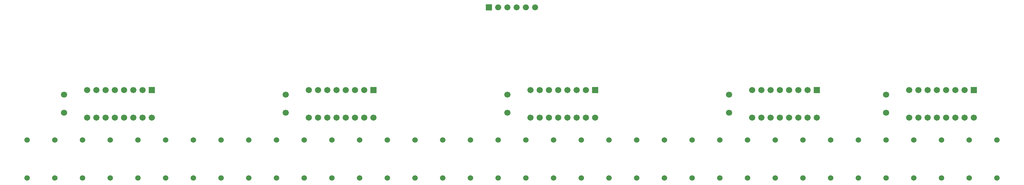
<source format=gbs>
G04 Layer: BottomSolderMaskLayer*
G04 EasyEDA v6.5.43, 2024-07-17 01:33:45*
G04 cb6e2e9fbd21486d88ae5690d2d3dc00,10*
G04 Gerber Generator version 0.2*
G04 Scale: 100 percent, Rotated: No, Reflected: No *
G04 Dimensions in inches *
G04 leading zeros omitted , absolute positions ,3 integer and 6 decimal *
%FSLAX36Y36*%
%MOIN*%

%AMMACRO1*4,1,8,-0.0323,-0.0335,-0.0335,-0.0323,-0.0335,0.0323,-0.0323,0.0335,0.0323,0.0335,0.0335,0.0323,0.0335,-0.0323,0.0323,-0.0335,-0.0323,-0.0335,0*%
%AMMACRO2*4,1,8,-0.0318,-0.033,-0.033,-0.0318,-0.033,0.0318,-0.0318,0.033,0.0318,0.033,0.033,0.0318,0.033,-0.0318,0.0318,-0.033,-0.0318,-0.033,0*%
%ADD10C,0.0669*%
%ADD11C,0.0591*%
%ADD12C,0.0670*%
%ADD13MACRO1*%
%ADD14C,0.0660*%
%ADD15MACRO2*%

%LPD*%
D10*
G01*
X600000Y1401579D03*
G01*
X600000Y1598429D03*
G01*
X3000000Y1401579D03*
G01*
X3000000Y1598429D03*
G01*
X5400000Y1401579D03*
G01*
X5400000Y1598429D03*
G01*
X7800000Y1401579D03*
G01*
X7800000Y1598429D03*
G01*
X9500000Y1401579D03*
G01*
X9500000Y1598429D03*
D11*
G01*
X200000Y693310D03*
G01*
X200000Y1106689D03*
G01*
X500000Y693310D03*
G01*
X500000Y1106689D03*
G01*
X800000Y693310D03*
G01*
X800000Y1106689D03*
G01*
X1100000Y693310D03*
G01*
X1100000Y1106689D03*
G01*
X1400000Y693310D03*
G01*
X1400000Y1106689D03*
G01*
X1700000Y693310D03*
G01*
X1700000Y1106689D03*
G01*
X2000000Y693310D03*
G01*
X2000000Y1106689D03*
G01*
X2300000Y693310D03*
G01*
X2300000Y1106689D03*
G01*
X2600000Y693310D03*
G01*
X2600000Y1106689D03*
G01*
X2900000Y693310D03*
G01*
X2900000Y1106689D03*
G01*
X3200000Y693310D03*
G01*
X3200000Y1106689D03*
G01*
X3500000Y693310D03*
G01*
X3500000Y1106689D03*
G01*
X3800000Y693310D03*
G01*
X3800000Y1106689D03*
G01*
X4100000Y693310D03*
G01*
X4100000Y1106689D03*
G01*
X4400000Y693310D03*
G01*
X4400000Y1106689D03*
G01*
X4700000Y693310D03*
G01*
X4700000Y1106689D03*
G01*
X5000000Y693310D03*
G01*
X5000000Y1106689D03*
G01*
X5300000Y693310D03*
G01*
X5300000Y1106689D03*
G01*
X5600000Y693310D03*
G01*
X5600000Y1106689D03*
G01*
X5900000Y693310D03*
G01*
X5900000Y1106689D03*
G01*
X6200000Y693310D03*
G01*
X6200000Y1106689D03*
G01*
X6500000Y693310D03*
G01*
X6500000Y1106689D03*
G01*
X6800000Y693310D03*
G01*
X6800000Y1106689D03*
G01*
X7100000Y693310D03*
G01*
X7100000Y1106689D03*
G01*
X7400000Y693310D03*
G01*
X7400000Y1106689D03*
G01*
X7700000Y693310D03*
G01*
X7700000Y1106689D03*
G01*
X8000000Y693310D03*
G01*
X8000000Y1106689D03*
G01*
X8300000Y693310D03*
G01*
X8300000Y1106689D03*
G01*
X8600000Y693310D03*
G01*
X8600000Y1106689D03*
G01*
X8900000Y693310D03*
G01*
X8900000Y1106689D03*
G01*
X9200000Y693310D03*
G01*
X9200000Y1106689D03*
G01*
X9500000Y693310D03*
G01*
X9500000Y1106689D03*
G01*
X9800000Y693310D03*
G01*
X9800000Y1106689D03*
G01*
X10100000Y693310D03*
G01*
X10100000Y1106689D03*
G01*
X10400000Y693310D03*
G01*
X10400000Y1106689D03*
G01*
X10700000Y693310D03*
G01*
X10700000Y1106689D03*
D12*
G01*
X1550000Y1350000D03*
G01*
X1450000Y1350000D03*
G01*
X1350000Y1350000D03*
G01*
X1250000Y1350000D03*
G01*
X1150000Y1350000D03*
G01*
X1050000Y1350000D03*
G01*
X950000Y1350000D03*
G01*
X850000Y1350000D03*
G01*
X850000Y1650000D03*
G01*
X950000Y1650000D03*
G01*
X1050000Y1650000D03*
G01*
X1150000Y1650000D03*
G01*
X1250000Y1650000D03*
G01*
X1350000Y1650000D03*
G01*
X1450000Y1650000D03*
D13*
G01*
X1550003Y1649998D03*
D12*
G01*
X3950000Y1350000D03*
G01*
X3850000Y1350000D03*
G01*
X3750000Y1350000D03*
G01*
X3650000Y1350000D03*
G01*
X3550000Y1350000D03*
G01*
X3450000Y1350000D03*
G01*
X3350000Y1350000D03*
G01*
X3250000Y1350000D03*
G01*
X3250000Y1650000D03*
G01*
X3350000Y1650000D03*
G01*
X3450000Y1650000D03*
G01*
X3550000Y1650000D03*
G01*
X3650000Y1650000D03*
G01*
X3750000Y1650000D03*
G01*
X3850000Y1650000D03*
D13*
G01*
X3950003Y1649998D03*
D12*
G01*
X6350000Y1350000D03*
G01*
X6250000Y1350000D03*
G01*
X6150000Y1350000D03*
G01*
X6050000Y1350000D03*
G01*
X5950000Y1350000D03*
G01*
X5850000Y1350000D03*
G01*
X5750000Y1350000D03*
G01*
X5650000Y1350000D03*
G01*
X5650000Y1650000D03*
G01*
X5750000Y1650000D03*
G01*
X5850000Y1650000D03*
G01*
X5950000Y1650000D03*
G01*
X6050000Y1650000D03*
G01*
X6150000Y1650000D03*
G01*
X6250000Y1650000D03*
D13*
G01*
X6350003Y1649998D03*
D12*
G01*
X8750000Y1350000D03*
G01*
X8650000Y1350000D03*
G01*
X8550000Y1350000D03*
G01*
X8450000Y1350000D03*
G01*
X8350000Y1350000D03*
G01*
X8250000Y1350000D03*
G01*
X8150000Y1350000D03*
G01*
X8050000Y1350000D03*
G01*
X8050000Y1650000D03*
G01*
X8150000Y1650000D03*
G01*
X8250000Y1650000D03*
G01*
X8350000Y1650000D03*
G01*
X8450000Y1650000D03*
G01*
X8550000Y1650000D03*
G01*
X8650000Y1650000D03*
D13*
G01*
X8750003Y1649998D03*
D12*
G01*
X10450000Y1350000D03*
G01*
X10350000Y1350000D03*
G01*
X10250000Y1350000D03*
G01*
X10150000Y1350000D03*
G01*
X10050000Y1350000D03*
G01*
X9950000Y1350000D03*
G01*
X9850000Y1350000D03*
G01*
X9750000Y1350000D03*
G01*
X9750000Y1650000D03*
G01*
X9850000Y1650000D03*
G01*
X9950000Y1650000D03*
G01*
X10050000Y1650000D03*
G01*
X10150000Y1650000D03*
G01*
X10250000Y1650000D03*
G01*
X10350000Y1650000D03*
D13*
G01*
X10450003Y1649998D03*
D14*
G01*
X5700000Y2550000D03*
G01*
X5600000Y2550000D03*
G01*
X5500000Y2550000D03*
G01*
X5400000Y2550000D03*
G01*
X5300000Y2550000D03*
D15*
G01*
X5200000Y2550000D03*
M02*

</source>
